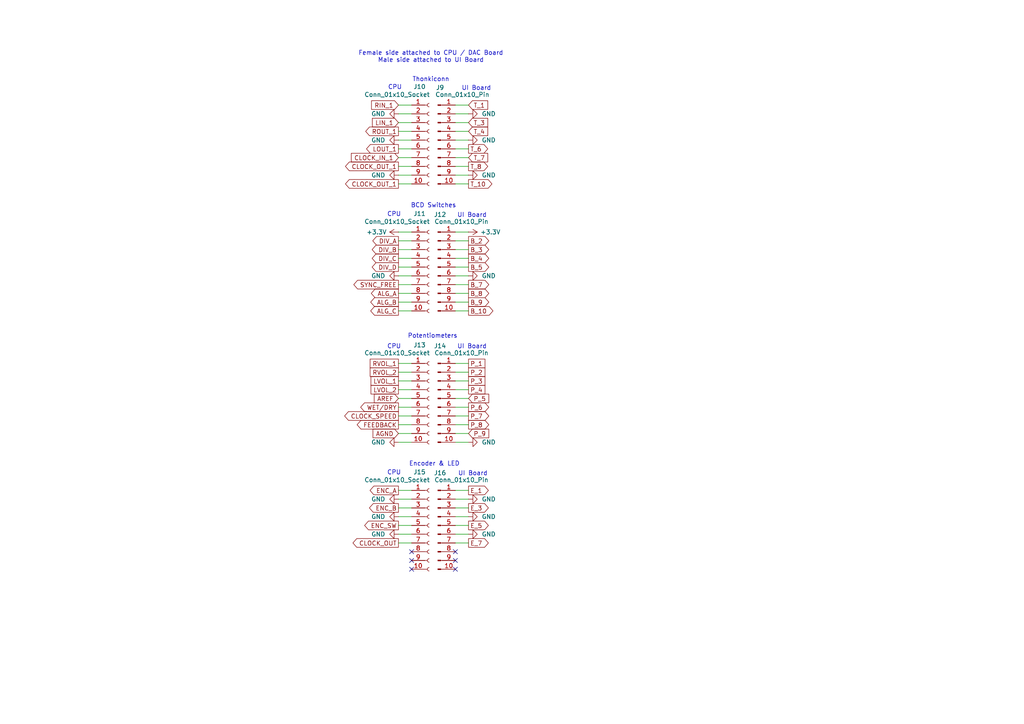
<source format=kicad_sch>
(kicad_sch (version 20231120) (generator "eeschema") (generator_version "8.0")
  (paper "A4")
  (title_block (title "Parrot - Board Interconnect") (company "Audio Morphology"))
  (lib_symbols
    (symbol "Connector:Conn_01x10_Pin" (pin_names (offset 1.016) hide)
      (property "Reference" "J" (at 0 12.7 0))
      (property "Value" "Conn_01x10_Pin" (at 0 -15.24 0))
      (symbol "Conn_01x10_Pin_1_1"
        (polyline (pts (xy 1.27 -12.7) (xy 0.8636 -12.7)) (stroke (width 0.1524)))
        (polyline (pts (xy 1.27 -10.16) (xy 0.8636 -10.16)) (stroke (width 0.1524)))
        (polyline (pts (xy 1.27 -7.62) (xy 0.8636 -7.62)) (stroke (width 0.1524)))
        (polyline (pts (xy 1.27 -5.08) (xy 0.8636 -5.08)) (stroke (width 0.1524)))
        (polyline (pts (xy 1.27 -2.54) (xy 0.8636 -2.54)) (stroke (width 0.1524)))
        (polyline (pts (xy 1.27 0) (xy 0.8636 0)) (stroke (width 0.1524)))
        (polyline (pts (xy 1.27 2.54) (xy 0.8636 2.54)) (stroke (width 0.1524)))
        (polyline (pts (xy 1.27 5.08) (xy 0.8636 5.08)) (stroke (width 0.1524)))
        (polyline (pts (xy 1.27 7.62) (xy 0.8636 7.62)) (stroke (width 0.1524)))
        (polyline (pts (xy 1.27 10.16) (xy 0.8636 10.16)) (stroke (width 0.1524)))
        (rectangle (start 0.8636 -12.573) (end 0 -12.827) (stroke (width 0.1524)) (fill (type outline)))
        (rectangle (start 0.8636 -10.033) (end 0 -10.287) (stroke (width 0.1524)) (fill (type outline)))
        (rectangle (start 0.8636 -7.493) (end 0 -7.747) (stroke (width 0.1524)) (fill (type outline)))
        (rectangle (start 0.8636 -4.953) (end 0 -5.207) (stroke (width 0.1524)) (fill (type outline)))
        (rectangle (start 0.8636 -2.413) (end 0 -2.667) (stroke (width 0.1524)) (fill (type outline)))
        (rectangle (start 0.8636 0.127) (end 0 -0.127) (stroke (width 0.1524)) (fill (type outline)))
        (rectangle (start 0.8636 2.667) (end 0 2.413) (stroke (width 0.1524)) (fill (type outline)))
        (rectangle (start 0.8636 5.207) (end 0 4.953) (stroke (width 0.1524)) (fill (type outline)))
        (rectangle (start 0.8636 7.747) (end 0 7.493) (stroke (width 0.1524)) (fill (type outline)))
        (rectangle (start 0.8636 10.287) (end 0 10.033) (stroke (width 0.1524)) (fill (type outline)))
        (pin passive line (at 5.08 10.16 180) (length 3.81) (name "Pin_1") (number "1"))
        (pin passive line (at 5.08 -12.7 180) (length 3.81) (name "Pin_10") (number "10"))
        (pin passive line (at 5.08 7.62 180) (length 3.81) (name "Pin_2") (number "2"))
        (pin passive line (at 5.08 5.08 180) (length 3.81) (name "Pin_3") (number "3"))
        (pin passive line (at 5.08 2.54 180) (length 3.81) (name "Pin_4") (number "4"))
        (pin passive line (at 5.08 0 180) (length 3.81) (name "Pin_5") (number "5"))
        (pin passive line (at 5.08 -2.54 180) (length 3.81) (name "Pin_6") (number "6"))
        (pin passive line (at 5.08 -5.08 180) (length 3.81) (name "Pin_7") (number "7"))
        (pin passive line (at 5.08 -7.62 180) (length 3.81) (name "Pin_8") (number "8"))
        (pin passive line (at 5.08 -10.16 180) (length 3.81) (name "Pin_9") (number "9"))
      )
    )
    (symbol "Connector:Conn_01x10_Socket" (pin_names (offset 1.016) hide)
      (property "Reference" "J" (at 0 12.7 0))
      (property "Value" "Conn_01x10_Socket" (at 0 -15.24 0))
      (symbol "Conn_01x10_Socket_1_1"
        (arc (start 0 -12.192) (mid -0.5058 -12.7) (end 0 -13.208) (stroke (width 0.1524)))
        (arc (start 0 -9.652) (mid -0.5058 -10.16) (end 0 -10.668) (stroke (width 0.1524)))
        (arc (start 0 -7.112) (mid -0.5058 -7.62) (end 0 -8.128) (stroke (width 0.1524)))
        (arc (start 0 -4.572) (mid -0.5058 -5.08) (end 0 -5.588) (stroke (width 0.1524)))
        (arc (start 0 -2.032) (mid -0.5058 -2.54) (end 0 -3.048) (stroke (width 0.1524)))
        (polyline (pts (xy -1.27 -12.7) (xy -0.508 -12.7)) (stroke (width 0.1524)))
        (polyline (pts (xy -1.27 -10.16) (xy -0.508 -10.16)) (stroke (width 0.1524)))
        (polyline (pts (xy -1.27 -7.62) (xy -0.508 -7.62)) (stroke (width 0.1524)))
        (polyline (pts (xy -1.27 -5.08) (xy -0.508 -5.08)) (stroke (width 0.1524)))
        (polyline (pts (xy -1.27 -2.54) (xy -0.508 -2.54)) (stroke (width 0.1524)))
        (polyline (pts (xy -1.27 0) (xy -0.508 0)) (stroke (width 0.1524)))
        (polyline (pts (xy -1.27 2.54) (xy -0.508 2.54)) (stroke (width 0.1524)))
        (polyline (pts (xy -1.27 5.08) (xy -0.508 5.08)) (stroke (width 0.1524)))
        (polyline (pts (xy -1.27 7.62) (xy -0.508 7.62)) (stroke (width 0.1524)))
        (polyline (pts (xy -1.27 10.16) (xy -0.508 10.16)) (stroke (width 0.1524)))
        (arc (start 0 0.508) (mid -0.5058 0) (end 0 -0.508) (stroke (width 0.1524)))
        (arc (start 0 3.048) (mid -0.5058 2.54) (end 0 2.032) (stroke (width 0.1524)))
        (arc (start 0 5.588) (mid -0.5058 5.08) (end 0 4.572) (stroke (width 0.1524)))
        (arc (start 0 8.128) (mid -0.5058 7.62) (end 0 7.112) (stroke (width 0.1524)))
        (arc (start 0 10.668) (mid -0.5058 10.16) (end 0 9.652) (stroke (width 0.1524)))
        (pin passive line (at -5.08 10.16 0) (length 3.81) (name "Pin_1") (number "1"))
        (pin passive line (at -5.08 -12.7 0) (length 3.81) (name "Pin_10") (number "10"))
        (pin passive line (at -5.08 7.62 0) (length 3.81) (name "Pin_2") (number "2"))
        (pin passive line (at -5.08 5.08 0) (length 3.81) (name "Pin_3") (number "3"))
        (pin passive line (at -5.08 2.54 0) (length 3.81) (name "Pin_4") (number "4"))
        (pin passive line (at -5.08 0 0) (length 3.81) (name "Pin_5") (number "5"))
        (pin passive line (at -5.08 -2.54 0) (length 3.81) (name "Pin_6") (number "6"))
        (pin passive line (at -5.08 -5.08 0) (length 3.81) (name "Pin_7") (number "7"))
        (pin passive line (at -5.08 -7.62 0) (length 3.81) (name "Pin_8") (number "8"))
        (pin passive line (at -5.08 -10.16 0) (length 3.81) (name "Pin_9") (number "9"))
      )
    )
    (symbol "power:+3.3V" (power) (pin_numbers hide) (pin_names (offset 0) hide)
      (property "Value" "+3.3V" (at 0 3.556 0))
      (symbol "+3.3V_0_1"
        (polyline (pts (xy -0.762 1.27) (xy 0 2.54)))
        (polyline (pts (xy 0 0) (xy 0 2.54)))
        (polyline (pts (xy 0 2.54) (xy 0.762 1.27)))
      )
      (symbol "+3.3V_1_1"
        (pin power_in line (at 0 0 90) (length 0) (name "~") (number "1"))
      )
    )
    (symbol "power:GND" (power) (pin_numbers hide) (pin_names (offset 0) hide)
      (property "Value" "GND" (at 0 -3.81 0))
      (symbol "GND_0_1"
        (polyline (pts (xy 0 0) (xy 0 -1.27) (xy 1.27 -1.27) (xy 0 -2.54) (xy -1.27 -1.27) (xy 0 -1.27)))
      )
      (symbol "GND_1_1"
        (pin power_in line (at 0 0 270) (length 0) (name "~") (number "1"))
      )
    )
  )
  (no_connect (at 119.38 160.02))
  (no_connect (at 132.08 160.02))
  (no_connect (at 119.38 162.56))
  (no_connect (at 119.38 165.1))
  (no_connect (at 132.08 162.56))
  (no_connect (at 132.08 165.1))
  (wire (pts (xy 132.08 115.57) (xy 135.89 115.57)))
  (wire (pts (xy 115.57 128.27) (xy 119.38 128.27)))
  (wire (pts (xy 132.08 113.03) (xy 135.89 113.03)))
  (wire (pts (xy 115.57 157.48) (xy 119.38 157.48)))
  (wire (pts (xy 115.57 144.78) (xy 119.38 144.78)))
  (wire (pts (xy 132.08 87.63) (xy 135.89 87.63)))
  (wire (pts (xy 115.57 125.73) (xy 119.38 125.73)))
  (wire (pts (xy 115.57 74.93) (xy 119.38 74.93)))
  (wire (pts (xy 115.57 147.32) (xy 119.38 147.32)))
  (wire (pts (xy 115.57 105.41) (xy 119.38 105.41)))
  (wire (pts (xy 115.57 120.65) (xy 119.38 120.65)))
  (wire (pts (xy 132.08 35.56) (xy 135.89 35.56)))
  (wire (pts (xy 132.08 149.86) (xy 135.89 149.86)))
  (wire (pts (xy 132.08 157.48) (xy 135.89 157.48)))
  (wire (pts (xy 115.57 35.56) (xy 119.38 35.56)))
  (wire (pts (xy 115.57 107.95) (xy 119.38 107.95)))
  (wire (pts (xy 115.57 87.63) (xy 119.38 87.63)))
  (wire (pts (xy 132.08 77.47) (xy 135.89 77.47)))
  (wire (pts (xy 115.57 30.48) (xy 119.38 30.48)))
  (wire (pts (xy 132.08 120.65) (xy 135.89 120.65)))
  (wire (pts (xy 132.08 85.09) (xy 135.89 85.09)))
  (wire (pts (xy 115.57 85.09) (xy 119.38 85.09)))
  (wire (pts (xy 132.08 128.27) (xy 135.89 128.27)))
  (wire (pts (xy 115.57 38.1) (xy 119.38 38.1)))
  (wire (pts (xy 132.08 147.32) (xy 135.89 147.32)))
  (wire (pts (xy 132.08 69.85) (xy 135.89 69.85)))
  (wire (pts (xy 132.08 67.31) (xy 135.89 67.31)))
  (wire (pts (xy 115.57 118.11) (xy 119.38 118.11)))
  (wire (pts (xy 115.57 152.4) (xy 119.38 152.4)))
  (wire (pts (xy 115.57 149.86) (xy 119.38 149.86)))
  (wire (pts (xy 132.08 152.4) (xy 135.89 152.4)))
  (wire (pts (xy 115.57 40.64) (xy 119.38 40.64)))
  (wire (pts (xy 132.08 74.93) (xy 135.89 74.93)))
  (wire (pts (xy 115.57 110.49) (xy 119.38 110.49)))
  (wire (pts (xy 115.57 43.18) (xy 119.38 43.18)))
  (wire (pts (xy 115.57 113.03) (xy 119.38 113.03)))
  (wire (pts (xy 132.08 118.11) (xy 135.89 118.11)))
  (wire (pts (xy 132.08 105.41) (xy 135.89 105.41)))
  (wire (pts (xy 132.08 40.64) (xy 135.89 40.64)))
  (wire (pts (xy 115.57 53.34) (xy 119.38 53.34)))
  (wire (pts (xy 115.57 82.55) (xy 119.38 82.55)))
  (wire (pts (xy 132.08 90.17) (xy 135.89 90.17)))
  (wire (pts (xy 115.57 142.24) (xy 119.38 142.24)))
  (wire (pts (xy 132.08 107.95) (xy 135.89 107.95)))
  (wire (pts (xy 132.08 125.73) (xy 135.89 125.73)))
  (wire (pts (xy 115.57 69.85) (xy 119.38 69.85)))
  (wire (pts (xy 132.08 43.18) (xy 135.89 43.18)))
  (wire (pts (xy 115.57 48.26) (xy 119.38 48.26)))
  (wire (pts (xy 132.08 30.48) (xy 135.89 30.48)))
  (wire (pts (xy 115.57 45.72) (xy 119.38 45.72)))
  (wire (pts (xy 132.08 82.55) (xy 135.89 82.55)))
  (wire (pts (xy 115.57 80.01) (xy 119.38 80.01)))
  (wire (pts (xy 115.57 77.47) (xy 119.38 77.47)))
  (wire (pts (xy 115.57 90.17) (xy 119.38 90.17)))
  (wire (pts (xy 132.08 38.1) (xy 135.89 38.1)))
  (wire (pts (xy 115.57 154.94) (xy 119.38 154.94)))
  (wire (pts (xy 132.08 80.01) (xy 135.89 80.01)))
  (wire (pts (xy 132.08 72.39) (xy 135.89 72.39)))
  (wire (pts (xy 115.57 123.19) (xy 119.38 123.19)))
  (wire (pts (xy 132.08 142.24) (xy 135.89 142.24)))
  (wire (pts (xy 115.57 72.39) (xy 119.38 72.39)))
  (wire (pts (xy 132.08 53.34) (xy 135.89 53.34)))
  (wire (pts (xy 132.08 144.78) (xy 135.89 144.78)))
  (wire (pts (xy 132.08 110.49) (xy 135.89 110.49)))
  (wire (pts (xy 115.57 67.31) (xy 119.38 67.31)))
  (wire (pts (xy 115.57 33.02) (xy 119.38 33.02)))
  (wire (pts (xy 132.08 154.94) (xy 135.89 154.94)))
  (wire (pts (xy 115.57 115.57) (xy 119.38 115.57)))
  (wire (pts (xy 132.08 50.8) (xy 135.89 50.8)))
  (wire (pts (xy 132.08 33.02) (xy 135.89 33.02)))
  (wire (pts (xy 132.08 48.26) (xy 135.89 48.26)))
  (wire (pts (xy 132.08 123.19) (xy 135.89 123.19)))
  (wire (pts (xy 132.08 45.72) (xy 135.89 45.72)))
  (wire (pts (xy 115.57 50.8) (xy 119.38 50.8)))
  (text "Encoder & LED" (at 125.984 134.62 0) (effects (font (size 1.27 1.27))))
  (text "UI Board" (at 136.906 62.484 0) (effects (font (size 1.27 1.27))))
  (text "Potentiometers" (at 125.476 97.536 0) (effects (font (size 1.27 1.27))))
  (text "UI Board" (at 137.16 137.414 0) (effects (font (size 1.27 1.27))))
  (text "CPU" (at 114.3 137.16 0) (effects (font (size 1.27 1.27))))
  (text "UI Board" (at 136.906 100.584 0) (effects (font (size 1.27 1.27))))
  (text "CPU" (at 114.3 100.584 0) (effects (font (size 1.27 1.27))))
  (text "Thonkiconn" (at 124.968 23.114 0) (effects (font (size 1.27 1.27))))
  (text "CPU" (at 114.554 25.4 0) (effects (font (size 1.27 1.27))))
  (text "CPU" (at 114.3 62.23 0) (effects (font (size 1.27 1.27))))
  (text "UI Board" (at 138.176 25.654 0) (effects (font (size 1.27 1.27))))
  (text "BCD Switches" (at 125.73 59.69 0) (effects (font (size 1.27 1.27))))
  (text "Female side attached to CPU / DAC Board\nMale side attached to UI Board" (at 124.968 16.51 0) (effects (font (size 1.27 1.27))))
  (global_label "P_1" (shape passive) (at 135.89 105.41 0) (property "Intersheetrefs" "${INTERSHEET_REFS}" (effects (hide yes))))
  (global_label "B_9" (shape output) (at 135.89 87.63 0) (property "Intersheetrefs" "${INTERSHEET_REFS}" (effects (hide yes))))
  (global_label "B_7" (shape output) (at 135.89 82.55 0) (property "Intersheetrefs" "${INTERSHEET_REFS}" (effects (hide yes))))
  (global_label "RIN_1" (shape input) (at 115.57 30.48 180) (property "Intersheetrefs" "${INTERSHEET_REFS}" (effects (hide yes))))
  (global_label "T_8" (shape output) (at 135.89 48.26 0) (property "Intersheetrefs" "${INTERSHEET_REFS}" (effects (hide yes))))
  (global_label "CLOCK_OUT_1" (shape output) (at 115.57 48.26 180) (property "Intersheetrefs" "${INTERSHEET_REFS}" (effects (hide yes))))
  (global_label "T_10" (shape output) (at 135.89 53.34 0) (property "Intersheetrefs" "${INTERSHEET_REFS}" (effects (hide yes))))
  (global_label "AREF" (shape input) (at 115.57 115.57 180) (property "Intersheetrefs" "${INTERSHEET_REFS}" (effects (hide yes))))
  (global_label "T_6" (shape output) (at 135.89 43.18 0) (property "Intersheetrefs" "${INTERSHEET_REFS}" (effects (hide yes))))
  (global_label "B_3" (shape output) (at 135.89 72.39 0) (property "Intersheetrefs" "${INTERSHEET_REFS}" (effects (hide yes))))
  (global_label "RVOL_1" (shape passive) (at 115.57 105.41 180) (property "Intersheetrefs" "${INTERSHEET_REFS}" (effects (hide yes))))
  (global_label "AGND" (shape input) (at 115.57 125.73 180) (property "Intersheetrefs" "${INTERSHEET_REFS}" (effects (hide yes))))
  (global_label "P_5" (shape input) (at 135.89 115.57 0) (property "Intersheetrefs" "${INTERSHEET_REFS}" (effects (hide yes))))
  (global_label "B_5" (shape output) (at 135.89 77.47 0) (property "Intersheetrefs" "${INTERSHEET_REFS}" (effects (hide yes))))
  (global_label "P_6" (shape output) (at 135.89 118.11 0) (property "Intersheetrefs" "${INTERSHEET_REFS}" (effects (hide yes))))
  (global_label "P_4" (shape passive) (at 135.89 113.03 0) (property "Intersheetrefs" "${INTERSHEET_REFS}" (effects (hide yes))))
  (global_label "DIV_B" (shape output) (at 115.57 72.39 180) (property "Intersheetrefs" "${INTERSHEET_REFS}" (effects (hide yes))))
  (global_label "B_2" (shape output) (at 135.89 69.85 0) (property "Intersheetrefs" "${INTERSHEET_REFS}" (effects (hide yes))))
  (global_label "P_2" (shape passive) (at 135.89 107.95 0) (property "Intersheetrefs" "${INTERSHEET_REFS}" (effects (hide yes))))
  (global_label "ALG_C" (shape output) (at 115.57 90.17 180) (property "Intersheetrefs" "${INTERSHEET_REFS}" (effects (hide yes))))
  (global_label "CLOCK_OUT" (shape output) (at 115.57 157.48 180) (property "Intersheetrefs" "${INTERSHEET_REFS}" (effects (hide yes))))
  (global_label "P_8" (shape output) (at 135.89 123.19 0) (property "Intersheetrefs" "${INTERSHEET_REFS}" (effects (hide yes))))
  (global_label "B_10" (shape output) (at 135.89 90.17 0) (property "Intersheetrefs" "${INTERSHEET_REFS}" (effects (hide yes))))
  (global_label "CLOCK_OUT_1" (shape output) (at 115.57 53.34 180) (property "Intersheetrefs" "${INTERSHEET_REFS}" (effects (hide yes))))
  (global_label "SYNC_FREE" (shape output) (at 115.57 82.55 180) (property "Intersheetrefs" "${INTERSHEET_REFS}" (effects (hide yes))))
  (global_label "P_3" (shape passive) (at 135.89 110.49 0) (property "Intersheetrefs" "${INTERSHEET_REFS}" (effects (hide yes))))
  (global_label "E_1" (shape output) (at 135.89 142.24 0) (property "Intersheetrefs" "${INTERSHEET_REFS}" (effects (hide yes))))
  (global_label "T_4" (shape input) (at 135.89 38.1 0) (property "Intersheetrefs" "${INTERSHEET_REFS}" (effects (hide yes))))
  (global_label "B_8" (shape output) (at 135.89 85.09 0) (property "Intersheetrefs" "${INTERSHEET_REFS}" (effects (hide yes))))
  (global_label "DIV_A" (shape output) (at 115.57 69.85 180) (property "Intersheetrefs" "${INTERSHEET_REFS}" (effects (hide yes))))
  (global_label "E_7" (shape output) (at 135.89 157.48 0) (property "Intersheetrefs" "${INTERSHEET_REFS}" (effects (hide yes))))
  (global_label "P_9" (shape input) (at 135.89 125.73 0) (property "Intersheetrefs" "${INTERSHEET_REFS}" (effects (hide yes))))
  (global_label "LVOL_1" (shape passive) (at 115.57 110.49 180) (property "Intersheetrefs" "${INTERSHEET_REFS}" (effects (hide yes))))
  (global_label "ALG_B" (shape output) (at 115.57 87.63 180) (property "Intersheetrefs" "${INTERSHEET_REFS}" (effects (hide yes))))
  (global_label "CLOCK_SPEED" (shape output) (at 115.57 120.65 180) (property "Intersheetrefs" "${INTERSHEET_REFS}" (effects (hide yes))))
  (global_label "WET{slash}DRY" (shape output) (at 115.57 118.11 180) (property "Intersheetrefs" "${INTERSHEET_REFS}" (effects (hide yes))))
  (global_label "LIN_1" (shape input) (at 115.57 35.56 180) (property "Intersheetrefs" "${INTERSHEET_REFS}" (effects (hide yes))))
  (global_label "DIV_D" (shape output) (at 115.57 77.47 180) (property "Intersheetrefs" "${INTERSHEET_REFS}" (effects (hide yes))))
  (global_label "RVOL_2" (shape passive) (at 115.57 107.95 180) (property "Intersheetrefs" "${INTERSHEET_REFS}" (effects (hide yes))))
  (global_label "ENC_B" (shape output) (at 115.57 147.32 180) (property "Intersheetrefs" "${INTERSHEET_REFS}" (effects (hide yes))))
  (global_label "FEEDBACK" (shape output) (at 115.57 123.19 180) (property "Intersheetrefs" "${INTERSHEET_REFS}" (effects (hide yes))))
  (global_label "ENC_A" (shape output) (at 115.57 142.24 180) (property "Intersheetrefs" "${INTERSHEET_REFS}" (effects (hide yes))))
  (global_label "ALG_A" (shape output) (at 115.57 85.09 180) (property "Intersheetrefs" "${INTERSHEET_REFS}" (effects (hide yes))))
  (global_label "T_1" (shape input) (at 135.89 30.48 0) (property "Intersheetrefs" "${INTERSHEET_REFS}" (effects (hide yes))))
  (global_label "LVOL_2" (shape passive) (at 115.57 113.03 180) (property "Intersheetrefs" "${INTERSHEET_REFS}" (effects (hide yes))))
  (global_label "ENC_SW" (shape output) (at 115.57 152.4 180) (property "Intersheetrefs" "${INTERSHEET_REFS}" (effects (hide yes))))
  (global_label "P_7" (shape output) (at 135.89 120.65 0) (property "Intersheetrefs" "${INTERSHEET_REFS}" (effects (hide yes))))
  (global_label "LOUT_1" (shape output) (at 115.57 43.18 180) (property "Intersheetrefs" "${INTERSHEET_REFS}" (effects (hide yes))))
  (global_label "DIV_C" (shape output) (at 115.57 74.93 180) (property "Intersheetrefs" "${INTERSHEET_REFS}" (effects (hide yes))))
  (global_label "E_3" (shape output) (at 135.89 147.32 0) (property "Intersheetrefs" "${INTERSHEET_REFS}" (effects (hide yes))))
  (global_label "T_3" (shape input) (at 135.89 35.56 0) (property "Intersheetrefs" "${INTERSHEET_REFS}" (effects (hide yes))))
  (global_label "B_4" (shape output) (at 135.89 74.93 0) (property "Intersheetrefs" "${INTERSHEET_REFS}" (effects (hide yes))))
  (global_label "E_5" (shape output) (at 135.89 152.4 0) (property "Intersheetrefs" "${INTERSHEET_REFS}" (effects (hide yes))))
  (global_label "CLOCK_IN_1" (shape input) (at 115.57 45.72 180) (property "Intersheetrefs" "${INTERSHEET_REFS}" (effects (hide yes))))
  (global_label "T_7" (shape input) (at 135.89 45.72 0) (property "Intersheetrefs" "${INTERSHEET_REFS}" (effects (hide yes))))
  (global_label "ROUT_1" (shape output) (at 115.57 38.1 180) (property "Intersheetrefs" "${INTERSHEET_REFS}" (effects (hide yes))))
  (symbol (lib_id "power:GND") (at 115.57 33.02 270) (unit 1)
    (property "Reference" "#PWR073" (effects (hide yes)))
    (property "Value" "GND" (at 111.76 33.0199 90) (effects (justify right)))
    (property "Description" "Power symbol creates a global label with name \"GND\" , ground" (effects (hide yes)))
  )
  (symbol (lib_id "power:GND") (at 135.89 144.78 90) (unit 1)
    (property "Reference" "#PWR088" (effects (hide yes)))
    (property "Value" "GND" (at 139.7 144.7799 90) (effects (justify right)))
    (property "Description" "Power symbol creates a global label with name \"GND\" , ground" (effects (hide yes)))
  )
  (symbol (lib_id "Connector:Conn_01x10_Socket") (at 124.46 77.47 0) (unit 1)
    (property "Reference" "J11" (at 119.888 61.976 0) (effects (justify left)))
    (property "Value" "Conn_01x10_Socket" (at 105.664 64.262 0) (effects (justify left)))
    (property "Footprint" "Connector_PinSocket_2.54mm:PinSocket_1x10_P2.54mm_Vertical" (effects (hide yes)))
    (property "Description" "Generic connector, single row, 01x10, script generated" (effects (hide yes)))
  )
  (symbol (lib_id "power:GND") (at 115.57 154.94 270) (unit 1)
    (property "Reference" "#PWR091" (effects (hide yes)))
    (property "Value" "GND" (at 111.76 154.9399 90) (effects (justify right)))
    (property "Description" "Power symbol creates a global label with name \"GND\" , ground" (effects (hide yes)))
  )
  (symbol (lib_id "power:GND") (at 115.57 50.8 270) (unit 1)
    (property "Reference" "#PWR077" (effects (hide yes)))
    (property "Value" "GND" (at 111.76 50.7999 90) (effects (justify right)))
    (property "Description" "Power symbol creates a global label with name \"GND\" , ground" (effects (hide yes)))
  )
  (symbol (lib_id "power:GND") (at 135.89 154.94 90) (unit 1)
    (property "Reference" "#PWR092" (effects (hide yes)))
    (property "Value" "GND" (at 139.7 154.9399 90) (effects (justify right)))
    (property "Description" "Power symbol creates a global label with name \"GND\" , ground" (effects (hide yes)))
  )
  (symbol (lib_id "Connector:Conn_01x10_Pin") (at 127 115.57 0) (unit 1)
    (property "Reference" "J14" (at 127.635 100.33 0))
    (property "Value" "Conn_01x10_Pin" (at 133.858 102.362 0))
    (property "Footprint" "Connector_PinHeader_2.54mm:PinHeader_1x10_P2.54mm_Vertical" (effects (hide yes)))
    (property "Description" "Generic connector, single row, 01x10, script generated" (effects (hide yes)))
  )
  (symbol (lib_id "Connector:Conn_01x10_Pin") (at 127 152.4 0) (unit 1)
    (property "Reference" "J16" (at 127.635 137.16 0))
    (property "Value" "Conn_01x10_Pin" (at 133.858 139.192 0))
    (property "Footprint" "Connector_PinHeader_2.54mm:PinHeader_1x10_P2.54mm_Vertical" (effects (hide yes)))
    (property "Description" "Generic connector, single row, 01x10, script generated" (effects (hide yes)))
  )
  (symbol (lib_id "Connector:Conn_01x10_Pin") (at 127 40.64 0) (unit 1)
    (property "Reference" "J9" (at 127.635 25.4 0))
    (property "Value" "Conn_01x10_Pin" (at 134.112 27.432 0))
    (property "Footprint" "Connector_PinHeader_2.54mm:PinHeader_1x10_P2.54mm_Vertical" (effects (hide yes)))
    (property "Description" "Generic connector, single row, 01x10, script generated" (effects (hide yes)))
  )
  (symbol (lib_id "power:GND") (at 135.89 149.86 90) (unit 1)
    (property "Reference" "#PWR090" (effects (hide yes)))
    (property "Value" "GND" (at 139.7 149.8599 90) (effects (justify right)))
    (property "Description" "Power symbol creates a global label with name \"GND\" , ground" (effects (hide yes)))
  )
  (symbol (lib_id "power:GND") (at 135.89 33.02 90) (unit 1)
    (property "Reference" "#PWR074" (effects (hide yes)))
    (property "Value" "GND" (at 139.7 33.0199 90) (effects (justify right)))
    (property "Description" "Power symbol creates a global label with name \"GND\" , ground" (effects (hide yes)))
  )
  (symbol (lib_id "Connector:Conn_01x10_Socket") (at 124.46 115.57 0) (unit 1)
    (property "Reference" "J13" (at 119.888 100.076 0) (effects (justify left)))
    (property "Value" "Conn_01x10_Socket" (at 105.664 102.362 0) (effects (justify left)))
    (property "Footprint" "Connector_PinSocket_2.54mm:PinSocket_1x10_P2.54mm_Vertical" (effects (hide yes)))
    (property "Description" "Generic connector, single row, 01x10, script generated" (effects (hide yes)))
  )
  (symbol (lib_id "power:+3.3V") (at 135.89 67.31 270) (unit 1)
    (property "Reference" "#PWR080" (effects (hide yes)))
    (property "Value" "+3.3V" (at 142.24 67.31 90))
    (property "Description" "Power symbol creates a global label with name \"+3.3V\"" (effects (hide yes)))
  )
  (symbol (lib_id "power:GND") (at 115.57 144.78 270) (unit 1)
    (property "Reference" "#PWR087" (effects (hide yes)))
    (property "Value" "GND" (at 111.76 144.7799 90) (effects (justify right)))
    (property "Description" "Power symbol creates a global label with name \"GND\" , ground" (effects (hide yes)))
  )
  (symbol (lib_id "power:GND") (at 115.57 80.01 270) (unit 1)
    (property "Reference" "#PWR081" (effects (hide yes)))
    (property "Value" "GND" (at 111.76 80.0099 90) (effects (justify right)))
    (property "Description" "Power symbol creates a global label with name \"GND\" , ground" (effects (hide yes)))
  )
  (symbol (lib_id "power:GND") (at 135.89 50.8 90) (unit 1)
    (property "Reference" "#PWR078" (effects (hide yes)))
    (property "Value" "GND" (at 139.7 50.7999 90) (effects (justify right)))
    (property "Description" "Power symbol creates a global label with name \"GND\" , ground" (effects (hide yes)))
  )
  (symbol (lib_id "Connector:Conn_01x10_Pin") (at 127 77.47 0) (unit 1)
    (property "Reference" "J12" (at 127.635 62.23 0))
    (property "Value" "Conn_01x10_Pin" (at 133.858 64.262 0))
    (property "Footprint" "Connector_PinHeader_2.54mm:PinHeader_1x10_P2.54mm_Vertical" (effects (hide yes)))
    (property "Description" "Generic connector, single row, 01x10, script generated" (effects (hide yes)))
  )
  (symbol (lib_id "power:GND") (at 115.57 128.27 270) (unit 1)
    (property "Reference" "#PWR085" (effects (hide yes)))
    (property "Value" "GND" (at 111.76 128.2699 90) (effects (justify right)))
    (property "Description" "Power symbol creates a global label with name \"GND\" , ground" (effects (hide yes)))
  )
  (symbol (lib_id "Connector:Conn_01x10_Socket") (at 124.46 40.64 0) (unit 1)
    (property "Reference" "J10" (at 119.888 25.146 0) (effects (justify left)))
    (property "Value" "Conn_01x10_Socket" (at 105.664 27.432 0) (effects (justify left)))
    (property "Footprint" "Connector_PinSocket_2.54mm:PinSocket_1x10_P2.54mm_Vertical" (effects (hide yes)))
    (property "Description" "Generic connector, single row, 01x10, script generated" (effects (hide yes)))
  )
  (symbol (lib_id "power:GND") (at 135.89 40.64 90) (unit 1)
    (property "Reference" "#PWR076" (effects (hide yes)))
    (property "Value" "GND" (at 139.7 40.6399 90) (effects (justify right)))
    (property "Description" "Power symbol creates a global label with name \"GND\" , ground" (effects (hide yes)))
  )
  (symbol (lib_id "power:+3.3V") (at 115.57 67.31 90) (unit 1)
    (property "Reference" "#PWR079" (effects (hide yes)))
    (property "Value" "+3.3V" (at 109.22 67.31 90))
    (property "Description" "Power symbol creates a global label with name \"+3.3V\"" (effects (hide yes)))
  )
  (symbol (lib_id "power:GND") (at 115.57 40.64 270) (unit 1)
    (property "Reference" "#PWR075" (effects (hide yes)))
    (property "Value" "GND" (at 111.76 40.6399 90) (effects (justify right)))
    (property "Description" "Power symbol creates a global label with name \"GND\" , ground" (effects (hide yes)))
  )
  (symbol (lib_id "power:GND") (at 115.57 149.86 270) (unit 1)
    (property "Reference" "#PWR089" (effects (hide yes)))
    (property "Value" "GND" (at 111.76 149.8599 90) (effects (justify right)))
    (property "Description" "Power symbol creates a global label with name \"GND\" , ground" (effects (hide yes)))
  )
  (symbol (lib_id "power:GND") (at 135.89 80.01 90) (unit 1)
    (property "Reference" "#PWR082" (effects (hide yes)))
    (property "Value" "GND" (at 139.7 80.0099 90) (effects (justify right)))
    (property "Description" "Power symbol creates a global label with name \"GND\" , ground" (effects (hide yes)))
  )
  (symbol (lib_id "Connector:Conn_01x10_Socket") (at 124.46 152.4 0) (unit 1)
    (property "Reference" "J15" (at 119.888 136.906 0) (effects (justify left)))
    (property "Value" "Conn_01x10_Socket" (at 105.664 139.192 0) (effects (justify left)))
    (property "Footprint" "Connector_PinSocket_2.54mm:PinSocket_1x10_P2.54mm_Vertical" (effects (hide yes)))
    (property "Description" "Generic connector, single row, 01x10, script generated" (effects (hide yes)))
  )
  (symbol (lib_id "power:GND") (at 135.89 128.27 90) (unit 1)
    (property "Reference" "#PWR086" (effects (hide yes)))
    (property "Value" "GND" (at 139.7 128.2699 90) (effects (justify right)))
    (property "Description" "Power symbol creates a global label with name \"GND\" , ground" (effects (hide yes)))
  )
)
</source>
